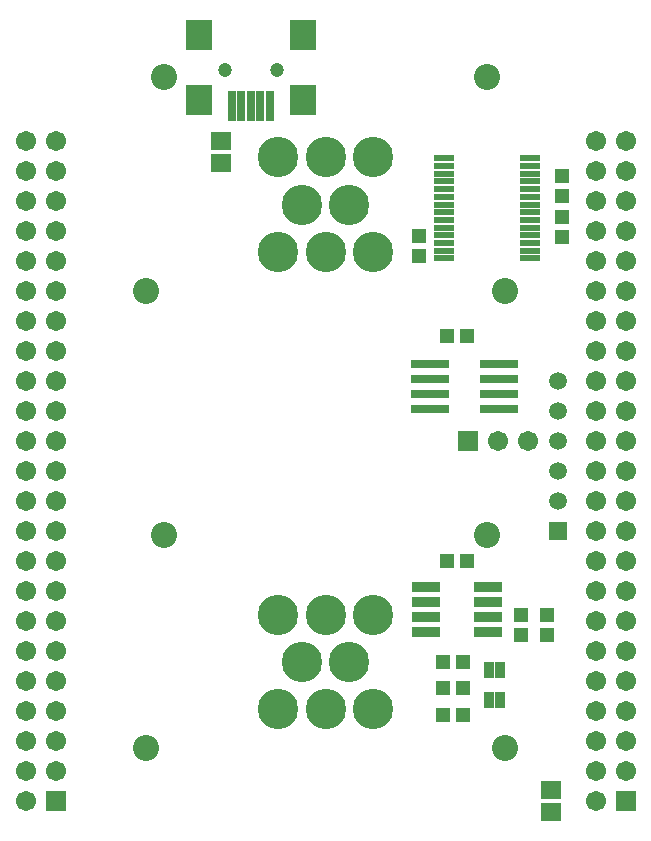
<source format=gbs>
G75*
G70*
%OFA0B0*%
%FSLAX24Y24*%
%IPPOS*%
%LPD*%
%AMOC8*
5,1,8,0,0,1.08239X$1,22.5*
%
%ADD10R,0.0950X0.0320*%
%ADD11R,0.0513X0.0474*%
%ADD12R,0.0474X0.0513*%
%ADD13R,0.0330X0.0580*%
%ADD14R,0.0674X0.0674*%
%ADD15C,0.0674*%
%ADD16R,0.0671X0.0592*%
%ADD17C,0.1346*%
%ADD18C,0.0867*%
%ADD19R,0.1261X0.0316*%
%ADD20R,0.0595X0.0595*%
%ADD21C,0.0595*%
%ADD22R,0.0671X0.0237*%
%ADD23R,0.0867X0.1025*%
%ADD24R,0.0277X0.0989*%
%ADD25C,0.0474*%
D10*
X016220Y024000D03*
X016220Y024500D03*
X016220Y025000D03*
X016220Y025500D03*
X018280Y025500D03*
X018280Y025000D03*
X018280Y024500D03*
X018280Y024000D03*
D11*
X020250Y023915D03*
X020250Y024585D03*
X017585Y033875D03*
X016915Y033875D03*
D12*
X016000Y036540D03*
X016000Y037210D03*
X020750Y037165D03*
X020750Y037835D03*
X020750Y038540D03*
X020750Y039210D03*
X017585Y026375D03*
X016915Y026375D03*
X016790Y023000D03*
X017460Y023000D03*
X017460Y022125D03*
X017460Y021250D03*
X016790Y021250D03*
X016790Y022125D03*
X019375Y023915D03*
X019375Y024585D03*
D13*
X018677Y022750D03*
X018323Y022750D03*
X018323Y021750D03*
X018677Y021750D03*
D14*
X022875Y018375D03*
X017625Y030375D03*
X003875Y018375D03*
D15*
X002875Y018375D03*
X002875Y019375D03*
X002875Y020375D03*
X002875Y021375D03*
X002875Y022375D03*
X002875Y023375D03*
X002875Y024375D03*
X002875Y025375D03*
X002875Y026375D03*
X002875Y027375D03*
X002875Y028375D03*
X002875Y029375D03*
X002875Y030375D03*
X002875Y031375D03*
X002875Y032375D03*
X002875Y033375D03*
X002875Y034375D03*
X002875Y035375D03*
X002875Y036375D03*
X002875Y037375D03*
X002875Y038375D03*
X002875Y039375D03*
X002875Y040375D03*
X003875Y040375D03*
X003875Y039375D03*
X003875Y038375D03*
X003875Y037375D03*
X003875Y036375D03*
X003875Y035375D03*
X003875Y034375D03*
X003875Y033375D03*
X003875Y032375D03*
X003875Y031375D03*
X003875Y030375D03*
X003875Y029375D03*
X003875Y028375D03*
X003875Y027375D03*
X003875Y026375D03*
X003875Y025375D03*
X003875Y024375D03*
X003875Y023375D03*
X003875Y022375D03*
X003875Y021375D03*
X003875Y020375D03*
X003875Y019375D03*
X018625Y030375D03*
X019625Y030375D03*
X021875Y030375D03*
X021875Y029375D03*
X021875Y028375D03*
X021875Y027375D03*
X021875Y026375D03*
X021875Y025375D03*
X021875Y024375D03*
X021875Y023375D03*
X021875Y022375D03*
X021875Y021375D03*
X021875Y020375D03*
X021875Y019375D03*
X021875Y018375D03*
X022875Y019375D03*
X022875Y020375D03*
X022875Y021375D03*
X022875Y022375D03*
X022875Y023375D03*
X022875Y024375D03*
X022875Y025375D03*
X022875Y026375D03*
X022875Y027375D03*
X022875Y028375D03*
X022875Y029375D03*
X022875Y030375D03*
X022875Y031375D03*
X022875Y032375D03*
X022875Y033375D03*
X022875Y034375D03*
X022875Y035375D03*
X022875Y036375D03*
X022875Y037375D03*
X022875Y038375D03*
X022875Y039375D03*
X022875Y040375D03*
X021875Y040375D03*
X021875Y039375D03*
X021875Y038375D03*
X021875Y037375D03*
X021875Y036375D03*
X021875Y035375D03*
X021875Y034375D03*
X021875Y033375D03*
X021875Y032375D03*
X021875Y031375D03*
D16*
X020375Y018749D03*
X020375Y018001D03*
X009375Y039626D03*
X009375Y040374D03*
D17*
X011300Y039825D03*
X012088Y038250D03*
X012875Y036675D03*
X013662Y038250D03*
X014450Y036675D03*
X014450Y039825D03*
X012875Y039825D03*
X011300Y036675D03*
X011300Y024575D03*
X012088Y023000D03*
X012875Y021425D03*
X013662Y023000D03*
X014450Y021425D03*
X014450Y024575D03*
X012875Y024575D03*
X011300Y021425D03*
D18*
X007481Y027252D03*
X006891Y020126D03*
X006891Y035376D03*
X007481Y042502D03*
X018269Y042502D03*
X018859Y035376D03*
X018269Y027252D03*
X018859Y020126D03*
D19*
X018642Y031428D03*
X018642Y031928D03*
X018642Y032428D03*
X018642Y032928D03*
X016358Y032928D03*
X016358Y032428D03*
X016358Y031928D03*
X016358Y031428D03*
D20*
X020625Y027375D03*
D21*
X020625Y028375D03*
X020625Y029375D03*
X020625Y030375D03*
X020625Y031375D03*
X020625Y032375D03*
D22*
X019677Y036462D03*
X019677Y036718D03*
X019677Y036973D03*
X019677Y037229D03*
X019677Y037485D03*
X019677Y037741D03*
X019677Y037997D03*
X019677Y038253D03*
X019677Y038509D03*
X019677Y038765D03*
X019677Y039021D03*
X019677Y039277D03*
X019677Y039532D03*
X019677Y039788D03*
X016823Y039788D03*
X016823Y039532D03*
X016823Y039277D03*
X016823Y039021D03*
X016823Y038765D03*
X016823Y038509D03*
X016823Y038253D03*
X016823Y037997D03*
X016823Y037741D03*
X016823Y037485D03*
X016823Y037229D03*
X016823Y036973D03*
X016823Y036718D03*
X016823Y036462D03*
D23*
X012107Y041747D03*
X012107Y043912D03*
X008643Y043912D03*
X008643Y041747D03*
D24*
X009745Y041525D03*
X010060Y041525D03*
X010375Y041525D03*
X010690Y041525D03*
X011005Y041525D03*
D25*
X011241Y042731D03*
X009509Y042731D03*
M02*

</source>
